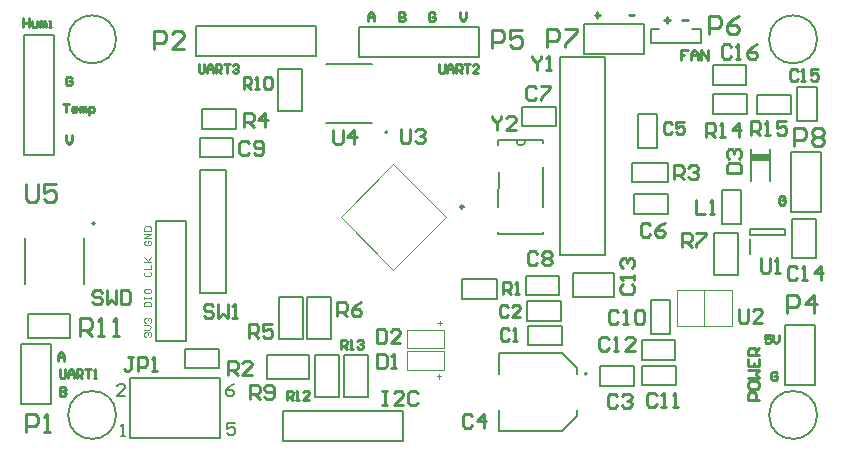
<source format=gto>
G04*
G04 #@! TF.GenerationSoftware,Altium Limited,Altium Designer,21.6.4 (81)*
G04*
G04 Layer_Color=65535*
%FSLAX44Y44*%
%MOMM*%
G71*
G04*
G04 #@! TF.SameCoordinates,0F59C336-1F8A-43A6-AFB2-A1A9F9B71EC4*
G04*
G04*
G04 #@! TF.FilePolarity,Positive*
G04*
G01*
G75*
%ADD10C,0.2000*%
%ADD11C,0.2500*%
%ADD12C,0.1270*%
%ADD13C,0.0762*%
%ADD14C,0.1524*%
%ADD15C,0.2540*%
%ADD16C,0.2032*%
%ADD17C,0.1000*%
G36*
X632074Y242014D02*
Y248021D01*
X648080D01*
Y242014D01*
X632074D01*
D02*
G37*
D10*
X94238Y345384D02*
G03*
X94238Y345384I-20320J0D01*
G01*
X76188Y189428D02*
G03*
X76188Y189428I-1000J0D01*
G01*
X687694Y27376D02*
G03*
X687694Y27376I-20320J0D01*
G01*
X94238Y27376D02*
G03*
X94238Y27376I-20320J0D01*
G01*
X687694Y345384D02*
G03*
X687694Y345384I-20320J0D01*
G01*
X324092Y266644D02*
G03*
X324092Y266644I-1000J0D01*
G01*
X492764Y62192D02*
G03*
X492764Y62192I-1000J0D01*
G01*
X432938Y259572D02*
G03*
X440938Y259572I4000J0D01*
G01*
X166882Y269692D02*
Y286202D01*
X196092D01*
Y269692D02*
Y286202D01*
X166882Y269692D02*
X196092D01*
X665988Y199136D02*
X691388D01*
X665988D02*
Y249936D01*
X691388D01*
Y199136D02*
Y249936D01*
X670941Y276606D02*
Y305054D01*
Y276606D02*
X687451D01*
Y305054D01*
X670941D02*
X687451D01*
X627634Y306832D02*
Y323342D01*
X599186Y306832D02*
X627634D01*
X599186D02*
Y323342D01*
X627634D01*
X665734Y281940D02*
Y298450D01*
X636524Y281940D02*
X665734D01*
X636524D02*
Y298450D01*
X665734D01*
X599186Y298958D02*
X628396D01*
X599186Y282448D02*
Y298958D01*
Y282448D02*
X628396D01*
Y298958D01*
X666242Y193454D02*
X686562D01*
Y160434D02*
Y193454D01*
X666242Y160434D02*
X686562D01*
X666242D02*
Y193454D01*
X630922Y163622D02*
Y176122D01*
Y179622D02*
X660922D01*
Y185122D01*
X630922D02*
X660922D01*
X630922Y179622D02*
Y185122D01*
X606806Y188976D02*
X623316D01*
X606806D02*
Y218186D01*
X623316D01*
Y188976D02*
Y218186D01*
X600456Y181102D02*
X620776D01*
Y145542D02*
Y181102D01*
X600456Y145542D02*
X620776D01*
X600456D02*
Y181102D01*
X660908Y103886D02*
X686308D01*
Y53086D02*
Y103886D01*
X660908Y53086D02*
X686308D01*
X660908D02*
Y103886D01*
X307086Y42672D02*
Y78232D01*
X286766D02*
X307086D01*
X286766Y42672D02*
Y78232D01*
Y42672D02*
X307086D01*
X282956Y42418D02*
Y77978D01*
X262636D02*
X282956D01*
X262636Y42418D02*
Y77978D01*
Y42418D02*
X282956D01*
X490728Y333248D02*
X541528D01*
Y358648D01*
X490728D02*
X541528D01*
X490728Y333248D02*
Y358648D01*
X39370Y36576D02*
Y87376D01*
X13970D02*
X39370D01*
X13970Y36576D02*
Y87376D01*
Y36576D02*
X39370D01*
X161802Y356814D02*
X263402D01*
X161802Y331414D02*
Y356814D01*
X263402Y331414D02*
Y356814D01*
X161802Y331414D02*
X263402D01*
X299720Y330708D02*
X401320D01*
Y356108D01*
X299720Y330708D02*
Y356108D01*
X401320D01*
X55122Y92908D02*
Y113228D01*
X19562Y92908D02*
X55122D01*
X19562D02*
Y113228D01*
X55122D01*
X16002Y247142D02*
Y348742D01*
Y247142D02*
X41402D01*
X16002Y348742D02*
X41402D01*
Y247142D02*
Y348742D01*
X231144Y284424D02*
X251464D01*
X231144D02*
Y319984D01*
X251464D01*
Y284424D02*
Y319984D01*
X221996Y57658D02*
Y77978D01*
X257556D01*
Y57658D02*
Y77978D01*
X221996Y57658D02*
X257556D01*
X235716Y30678D02*
X337316D01*
X235716Y5278D02*
Y30678D01*
X337316Y5278D02*
Y30678D01*
X235716Y5278D02*
X337316D01*
X507924Y162382D02*
Y330022D01*
X469824D02*
X507924D01*
X469824Y162382D02*
Y330022D01*
Y162382D02*
X507924D01*
X165444Y130632D02*
X187034D01*
X165444D02*
Y234772D01*
X187034D01*
Y130632D02*
Y234772D01*
X256214Y127482D02*
X276534D01*
Y91922D02*
Y127482D01*
X256214Y91922D02*
X276534D01*
X256214D02*
Y127482D01*
X231714D02*
X252034D01*
Y91922D02*
Y127482D01*
X231714Y91922D02*
X252034D01*
X231714D02*
Y127482D01*
X531130Y224320D02*
X561864D01*
Y240830D01*
X531130D02*
X561864D01*
X531130Y224320D02*
Y240830D01*
X152400Y66802D02*
Y83312D01*
X181610D01*
Y66802D02*
Y83312D01*
X152400Y66802D02*
X181610D01*
X416356Y125574D02*
Y142084D01*
X387146Y125574D02*
X416356D01*
X387146D02*
Y142084D01*
X416356D01*
X153574Y89972D02*
Y191572D01*
X128174D02*
X153574D01*
X128174Y89972D02*
X153574D01*
X128174D02*
Y191572D01*
X133633Y7528D02*
X182316D01*
X106116D02*
X182316D01*
X106116Y58328D02*
X182316D01*
X106116Y7528D02*
Y58328D01*
X182316Y7528D02*
Y58328D01*
X481348Y127042D02*
X515892D01*
Y147362D01*
X481348D02*
X515892D01*
X481348Y127042D02*
Y147362D01*
X539150Y74070D02*
X567598D01*
Y90580D01*
X539150D02*
X567598D01*
X539150Y74070D02*
Y90580D01*
X539396Y52320D02*
Y68830D01*
X568098D01*
Y52320D02*
Y68830D01*
X539396Y52320D02*
X568098D01*
X546746Y95978D02*
X563256D01*
X546746D02*
Y124426D01*
X563256D01*
Y95978D02*
Y124426D01*
X164900Y262084D02*
X193602D01*
X164900Y245574D02*
Y262084D01*
Y245574D02*
X193602D01*
Y262084D01*
X441150Y128820D02*
Y145330D01*
X469598D01*
Y128820D02*
Y145330D01*
X441150Y128820D02*
X469598D01*
X438270Y271650D02*
X466718D01*
Y288160D01*
X438270D02*
X466718D01*
X438270Y271650D02*
Y288160D01*
X561348Y197574D02*
Y214084D01*
X532900Y197574D02*
X561348D01*
X532900D02*
Y214084D01*
X561348D01*
X535992Y253478D02*
Y281926D01*
Y253478D02*
X552502D01*
Y281926D01*
X535992D02*
X552502D01*
X504146Y52070D02*
Y68580D01*
X532848D01*
Y52070D02*
Y68580D01*
X504146Y52070D02*
X532848D01*
X442146Y107070D02*
X470848D01*
Y123580D01*
X442146D02*
X470848D01*
X442146Y107070D02*
Y123580D01*
X442896Y86320D02*
Y102830D01*
X471598D01*
Y86320D02*
Y102830D01*
X442896Y86320D02*
X471598D01*
D11*
X388284Y203614D02*
G03*
X388284Y203614I-1250J0D01*
G01*
D12*
X648080Y225514D02*
Y252514D01*
X632080Y225514D02*
Y252514D01*
X546844Y342138D02*
X589294D01*
Y354458D01*
X546844Y342138D02*
Y354458D01*
X554144D01*
X581994D02*
X589294D01*
X16918Y138178D02*
Y177178D01*
X67418Y138178D02*
Y177178D01*
X271842Y324914D02*
X310842D01*
X271842Y274414D02*
X310842D01*
X484124Y62192D02*
Y67352D01*
X471524Y13952D02*
X484124Y26552D01*
X418124Y13952D02*
X471524D01*
Y79952D02*
X484124Y67352D01*
X418124Y79952D02*
X471524D01*
X484124Y26552D02*
Y31712D01*
X418124Y62192D02*
Y79952D01*
Y13952D02*
Y31712D01*
D13*
X372114Y84272D02*
Y99512D01*
X340618Y84272D02*
X372114D01*
X340618D02*
Y99512D01*
X372114D01*
X328874Y150404D02*
X373422Y194952D01*
X284326D02*
X328874Y150404D01*
X284326Y194952D02*
X328874Y239500D01*
X373422Y194952D01*
X569518Y102462D02*
Y132942D01*
X615492D01*
Y102462D02*
Y132942D01*
X569518Y102462D02*
X615492D01*
X591710Y103043D02*
Y131999D01*
X340364Y81478D02*
X371860D01*
X340364Y65730D02*
Y81478D01*
X371860Y65730D02*
Y81478D01*
X340364Y65730D02*
X371860D01*
D14*
X417874Y180202D02*
X455874D01*
X417874Y260202D02*
X455874Y260202D01*
Y257540D02*
Y260202D01*
X455924Y203184D02*
Y236966D01*
X455874Y180202D02*
Y182356D01*
X417874Y180202D02*
Y182356D01*
X417824Y203184D02*
X418078Y233156D01*
X417874Y255762D02*
Y260202D01*
D15*
X51816Y263966D02*
Y259184D01*
X54207Y256794D01*
X56597Y259184D01*
Y263966D01*
X15494Y363026D02*
Y355854D01*
Y359440D01*
X20275D01*
Y363026D01*
Y355854D01*
X22666Y360635D02*
Y357049D01*
X23861Y355854D01*
X27447D01*
Y360635D01*
X29837Y355854D02*
Y360635D01*
X31033D01*
X32228Y359440D01*
Y355854D01*
Y359440D01*
X33423Y360635D01*
X34618Y359440D01*
Y355854D01*
X37009D02*
X39399D01*
X38204D01*
Y360635D01*
X37009D01*
X56597Y312554D02*
X55402Y313750D01*
X53011D01*
X51816Y312554D01*
Y307773D01*
X53011Y306578D01*
X55402D01*
X56597Y307773D01*
Y310164D01*
X54207D01*
X49530Y290740D02*
X54311D01*
X51920D01*
Y283568D01*
X60287D02*
X57897D01*
X56702Y284764D01*
Y287154D01*
X57897Y288350D01*
X60287D01*
X61483Y287154D01*
Y285959D01*
X56702D01*
X63873Y283568D02*
Y288350D01*
X65069D01*
X66264Y287154D01*
Y283568D01*
Y287154D01*
X67459Y288350D01*
X68654Y287154D01*
Y283568D01*
X71045Y281178D02*
Y288350D01*
X74631D01*
X75826Y287154D01*
Y284764D01*
X74631Y283568D01*
X71045D01*
X660355Y211462D02*
X659160Y212658D01*
X656769D01*
X655574Y211462D01*
Y206681D01*
X656769Y205486D01*
X659160D01*
X660355Y206681D01*
Y209072D01*
X657965D01*
X648417Y95056D02*
X643636D01*
Y91470D01*
X646027Y92665D01*
X647222D01*
X648417Y91470D01*
Y89079D01*
X647222Y87884D01*
X644831D01*
X643636Y89079D01*
X650808Y95056D02*
Y90274D01*
X653198Y87884D01*
X655589Y90274D01*
Y95056D01*
X528320Y365760D02*
X533101D01*
X499364Y365864D02*
X504145D01*
X501754Y368255D02*
Y363474D01*
X653751Y62872D02*
X652556Y64068D01*
X650165D01*
X648970Y62872D01*
Y58091D01*
X650165Y56896D01*
X652556D01*
X653751Y58091D01*
Y60482D01*
X651360D01*
X385318Y368106D02*
Y363325D01*
X387709Y360934D01*
X390099Y363325D01*
Y368106D01*
X363937Y366910D02*
X362742Y368106D01*
X360351D01*
X359156Y366910D01*
Y362129D01*
X360351Y360934D01*
X362742D01*
X363937Y362129D01*
Y364520D01*
X361547D01*
X333756Y368106D02*
Y360934D01*
X337342D01*
X338537Y362129D01*
Y363325D01*
X337342Y364520D01*
X333756D01*
X337342D01*
X338537Y365715D01*
Y366910D01*
X337342Y368106D01*
X333756D01*
X307594Y360934D02*
Y365715D01*
X309984Y368106D01*
X312375Y365715D01*
Y360934D01*
Y364520D01*
X307594D01*
X46736Y50860D02*
Y43688D01*
X50322D01*
X51517Y44883D01*
Y46079D01*
X50322Y47274D01*
X46736D01*
X50322D01*
X51517Y48469D01*
Y49664D01*
X50322Y50860D01*
X46736D01*
X44958Y73152D02*
Y77933D01*
X47348Y80324D01*
X49739Y77933D01*
Y73152D01*
Y76738D01*
X44958D01*
X46482Y65846D02*
Y59869D01*
X47677Y58674D01*
X50068D01*
X51263Y59869D01*
Y65846D01*
X53654Y58674D02*
Y63455D01*
X56044Y65846D01*
X58435Y63455D01*
Y58674D01*
Y62260D01*
X53654D01*
X60825Y58674D02*
Y65846D01*
X64411D01*
X65606Y64650D01*
Y62260D01*
X64411Y61065D01*
X60825D01*
X63216D02*
X65606Y58674D01*
X67997Y65846D02*
X72778D01*
X70388D01*
Y58674D01*
X75169D02*
X77559D01*
X76364D01*
Y65846D01*
X75169Y64650D01*
X367538Y324164D02*
Y318187D01*
X368733Y316992D01*
X371124D01*
X372319Y318187D01*
Y324164D01*
X374710Y316992D02*
Y321773D01*
X377100Y324164D01*
X379491Y321773D01*
Y316992D01*
Y320578D01*
X374710D01*
X381881Y316992D02*
Y324164D01*
X385467D01*
X386662Y322968D01*
Y320578D01*
X385467Y319382D01*
X381881D01*
X384272D02*
X386662Y316992D01*
X389053Y324164D02*
X393834D01*
X391443D01*
Y316992D01*
X401006D02*
X396225D01*
X401006Y321773D01*
Y322968D01*
X399810Y324164D01*
X397420D01*
X396225Y322968D01*
X164084Y324164D02*
Y318187D01*
X165279Y316992D01*
X167670D01*
X168865Y318187D01*
Y324164D01*
X171256Y316992D02*
Y321773D01*
X173646Y324164D01*
X176037Y321773D01*
Y316992D01*
Y320578D01*
X171256D01*
X178427Y316992D02*
Y324164D01*
X182013D01*
X183208Y322968D01*
Y320578D01*
X182013Y319382D01*
X178427D01*
X180818D02*
X183208Y316992D01*
X185599Y324164D02*
X190380D01*
X187990D01*
Y316992D01*
X192771Y322968D02*
X193966Y324164D01*
X196357D01*
X197552Y322968D01*
Y321773D01*
X196357Y320578D01*
X195161D01*
X196357D01*
X197552Y319382D01*
Y318187D01*
X196357Y316992D01*
X193966D01*
X192771Y318187D01*
X573278Y361950D02*
X578059D01*
X558038Y361800D02*
X562819D01*
X560429Y364191D02*
Y359410D01*
X578059Y336355D02*
X572262D01*
Y332008D01*
X575160D01*
X572262D01*
Y327660D01*
X580957D02*
Y333457D01*
X583856Y336355D01*
X586754Y333457D01*
Y327660D01*
Y332008D01*
X580957D01*
X589652Y327660D02*
Y336355D01*
X595449Y327660D01*
Y336355D01*
X638810Y40132D02*
X629353D01*
Y44861D01*
X630929Y46437D01*
X634081D01*
X635658Y44861D01*
Y40132D01*
X629353Y54317D02*
Y51165D01*
X630929Y49589D01*
X637234D01*
X638810Y51165D01*
Y54317D01*
X637234Y55894D01*
X630929D01*
X629353Y54317D01*
Y59046D02*
X638810D01*
X635658Y62198D01*
X638810Y65350D01*
X629353D01*
Y74807D02*
Y68503D01*
X638810D01*
Y74807D01*
X634081Y68503D02*
Y71655D01*
X638810Y77960D02*
X629353D01*
Y82688D01*
X630929Y84264D01*
X634081D01*
X635658Y82688D01*
Y77960D01*
Y81112D02*
X638810Y84264D01*
X202617Y271326D02*
Y283322D01*
X208615D01*
X210615Y281323D01*
Y277324D01*
X208615Y275325D01*
X202617D01*
X206616D02*
X210615Y271326D01*
X220611D02*
Y283322D01*
X214613Y277324D01*
X222611D01*
X671140Y318366D02*
X669563Y319942D01*
X666411D01*
X664835Y318366D01*
Y312062D01*
X666411Y310485D01*
X669563D01*
X671140Y312062D01*
X674292Y310485D02*
X677444D01*
X675868D01*
Y319942D01*
X674292Y318366D01*
X688477Y319942D02*
X682172D01*
Y315214D01*
X685325Y316790D01*
X686901D01*
X688477Y315214D01*
Y312062D01*
X686901Y310485D01*
X683749D01*
X682172Y312062D01*
X668278Y255273D02*
Y270508D01*
X675896D01*
X678435Y267968D01*
Y262890D01*
X675896Y260351D01*
X668278D01*
X683513Y267968D02*
X686052Y270508D01*
X691131D01*
X693670Y267968D01*
Y265429D01*
X691131Y262890D01*
X693670Y260351D01*
Y257812D01*
X691131Y255273D01*
X686052D01*
X683513Y257812D01*
Y260351D01*
X686052Y262890D01*
X683513Y265429D01*
Y267968D01*
X686052Y262890D02*
X691131D01*
X639957Y159922D02*
Y149925D01*
X641956Y147926D01*
X645955D01*
X647954Y149925D01*
Y159922D01*
X651953Y147926D02*
X655951D01*
X653952D01*
Y159922D01*
X651953Y157923D01*
X593589Y262480D02*
Y274476D01*
X599587D01*
X601586Y272477D01*
Y268478D01*
X599587Y266479D01*
X593589D01*
X597588D02*
X601586Y262480D01*
X605585D02*
X609584D01*
X607584D01*
Y274476D01*
X605585Y272477D01*
X621580Y262480D02*
Y274476D01*
X615582Y268478D01*
X623579D01*
X631689Y264004D02*
Y276000D01*
X637687D01*
X639686Y274001D01*
Y270002D01*
X637687Y268003D01*
X631689D01*
X635688D02*
X639686Y264004D01*
X643685D02*
X647684D01*
X645684D01*
Y276000D01*
X643685Y274001D01*
X661679Y276000D02*
X653682D01*
Y270002D01*
X657680Y272001D01*
X659680D01*
X661679Y270002D01*
Y266003D01*
X659680Y264004D01*
X655681D01*
X653682Y266003D01*
X573441Y169770D02*
Y181766D01*
X579439D01*
X581439Y179767D01*
Y175768D01*
X579439Y173769D01*
X573441D01*
X577440D02*
X581439Y169770D01*
X585437Y181766D02*
X593435D01*
Y179767D01*
X585437Y171769D01*
Y169770D01*
X584839Y209452D02*
Y197456D01*
X592836D01*
X596835D02*
X600833D01*
X598834D01*
Y209452D01*
X596835Y207453D01*
X611476Y232319D02*
X623472D01*
Y238317D01*
X621473Y240317D01*
X613475D01*
X611476Y238317D01*
Y232319D01*
X613475Y244315D02*
X611476Y246315D01*
Y250313D01*
X613475Y252313D01*
X615475D01*
X617474Y250313D01*
Y248314D01*
Y250313D01*
X619473Y252313D01*
X621473D01*
X623472Y250313D01*
Y246315D01*
X621473Y244315D01*
X670928Y151573D02*
X668929Y153572D01*
X664930D01*
X662931Y151573D01*
Y143575D01*
X664930Y141576D01*
X668929D01*
X670928Y143575D01*
X674927Y141576D02*
X678926D01*
X676926D01*
Y153572D01*
X674927Y151573D01*
X690922Y141576D02*
Y153572D01*
X684924Y147574D01*
X692921D01*
X614794Y339025D02*
X612795Y341024D01*
X608796D01*
X606797Y339025D01*
Y331027D01*
X608796Y329028D01*
X612795D01*
X614794Y331027D01*
X618793Y329028D02*
X622792D01*
X620792D01*
Y341024D01*
X618793Y339025D01*
X636787Y341024D02*
X632788Y339025D01*
X628790Y335026D01*
Y331027D01*
X630789Y329028D01*
X634788D01*
X636787Y331027D01*
Y333027D01*
X634788Y335026D01*
X628790D01*
X662182Y114049D02*
Y129284D01*
X669800D01*
X672339Y126744D01*
Y121666D01*
X669800Y119127D01*
X662182D01*
X685035Y114049D02*
Y129284D01*
X677417Y121666D01*
X687574D01*
X284455Y83353D02*
Y90971D01*
X288264D01*
X289533Y89701D01*
Y87162D01*
X288264Y85892D01*
X284455D01*
X286994D02*
X289533Y83353D01*
X292072D02*
X294611D01*
X293342D01*
Y90971D01*
X292072Y89701D01*
X298420D02*
X299690Y90971D01*
X302229D01*
X303499Y89701D01*
Y88432D01*
X302229Y87162D01*
X300959D01*
X302229D01*
X303499Y85892D01*
Y84623D01*
X302229Y83353D01*
X299690D01*
X298420Y84623D01*
X238636Y40387D02*
Y48005D01*
X242445D01*
X243714Y46735D01*
Y44196D01*
X242445Y42926D01*
X238636D01*
X241175D02*
X243714Y40387D01*
X246254D02*
X248793D01*
X247523D01*
Y48005D01*
X246254Y46735D01*
X257680Y40387D02*
X252602D01*
X257680Y45466D01*
Y46735D01*
X256410Y48005D01*
X253871D01*
X252602Y46735D01*
X458982Y338585D02*
Y353820D01*
X466600D01*
X469139Y351280D01*
Y346202D01*
X466600Y343663D01*
X458982D01*
X474217Y353820D02*
X484374D01*
Y351280D01*
X474217Y341124D01*
Y338585D01*
X17529Y13211D02*
Y28445D01*
X25147D01*
X27686Y25906D01*
Y20828D01*
X25147Y18289D01*
X17529D01*
X32764Y13211D02*
X37843D01*
X35304D01*
Y28445D01*
X32764Y25906D01*
X595888Y349506D02*
Y364742D01*
X603506D01*
X606045Y362202D01*
Y357124D01*
X603506Y354585D01*
X595888D01*
X621280Y364742D02*
X616202Y362202D01*
X611123Y357124D01*
Y352046D01*
X613662Y349506D01*
X618741D01*
X621280Y352046D01*
Y354585D01*
X618741Y357124D01*
X611123D01*
X412500Y338077D02*
Y353312D01*
X420118D01*
X422657Y350772D01*
Y345694D01*
X420118Y343155D01*
X412500D01*
X437892Y353312D02*
X427735D01*
Y345694D01*
X432813Y348233D01*
X435353D01*
X437892Y345694D01*
Y340616D01*
X435353Y338077D01*
X430274D01*
X427735Y340616D01*
X125988Y336806D02*
Y352042D01*
X133606D01*
X136145Y349502D01*
Y344424D01*
X133606Y341885D01*
X125988D01*
X151380Y336806D02*
X141223D01*
X151380Y346963D01*
Y349502D01*
X148841Y352042D01*
X143762D01*
X141223Y349502D01*
X18038Y222502D02*
Y209806D01*
X20577Y207267D01*
X25656D01*
X28195Y209806D01*
Y222502D01*
X43430D02*
X33273D01*
Y214884D01*
X38352Y217423D01*
X40891D01*
X43430Y214884D01*
Y209806D01*
X40891Y207267D01*
X35812D01*
X33273Y209806D01*
X63505Y94490D02*
Y109726D01*
X71123D01*
X73662Y107186D01*
Y102108D01*
X71123Y99569D01*
X63505D01*
X68584D02*
X73662Y94490D01*
X78740D02*
X83819D01*
X81280D01*
Y109726D01*
X78740Y107186D01*
X91436Y94490D02*
X96515D01*
X93975D01*
Y109726D01*
X91436Y107186D01*
X314869Y99890D02*
Y87894D01*
X320867D01*
X322867Y89893D01*
Y97891D01*
X320867Y99890D01*
X314869D01*
X334863Y87894D02*
X326865D01*
X334863Y95891D01*
Y97891D01*
X332863Y99890D01*
X328865D01*
X326865Y97891D01*
X278039Y268380D02*
Y258383D01*
X280039Y256384D01*
X284037D01*
X286037Y258383D01*
Y268380D01*
X296033Y256384D02*
Y268380D01*
X290035Y262382D01*
X298033D01*
X202267Y303673D02*
Y313130D01*
X206995D01*
X208571Y311554D01*
Y308402D01*
X206995Y306826D01*
X202267D01*
X205419D02*
X208571Y303673D01*
X211724D02*
X214876D01*
X213300D01*
Y313130D01*
X211724Y311554D01*
X219605D02*
X221181Y313130D01*
X224333D01*
X225909Y311554D01*
Y305250D01*
X224333Y303673D01*
X221181D01*
X219605Y305250D01*
Y311554D01*
X335443Y269650D02*
Y259653D01*
X337443Y257654D01*
X341441D01*
X343441Y259653D01*
Y269650D01*
X347439Y267651D02*
X349439Y269650D01*
X353437D01*
X355437Y267651D01*
Y265651D01*
X353437Y263652D01*
X351438D01*
X353437D01*
X355437Y261653D01*
Y259653D01*
X353437Y257654D01*
X349439D01*
X347439Y259653D01*
X395625Y26451D02*
X393625Y28450D01*
X389627D01*
X387627Y26451D01*
Y18453D01*
X389627Y16454D01*
X393625D01*
X395625Y18453D01*
X405621Y16454D02*
Y28450D01*
X399623Y22452D01*
X407621D01*
X207681Y40738D02*
Y52734D01*
X213679D01*
X215679Y50735D01*
Y46736D01*
X213679Y44737D01*
X207681D01*
X211680D02*
X215679Y40738D01*
X219677Y42737D02*
X221677Y40738D01*
X225675D01*
X227675Y42737D01*
Y50735D01*
X225675Y52734D01*
X221677D01*
X219677Y50735D01*
Y48735D01*
X221677Y46736D01*
X227675D01*
X319527Y47598D02*
X323526D01*
X321526D01*
Y35602D01*
X319527D01*
X323526D01*
X337521D02*
X329524D01*
X337521Y43599D01*
Y45599D01*
X335522Y47598D01*
X331523D01*
X329524Y45599D01*
X349517D02*
X347518Y47598D01*
X343519D01*
X341520Y45599D01*
Y37601D01*
X343519Y35602D01*
X347518D01*
X349517Y37601D01*
X412496Y280474D02*
Y278475D01*
X416495Y274476D01*
X420493Y278475D01*
Y280474D01*
X416495Y274476D02*
Y268478D01*
X432490D02*
X424492D01*
X432490Y276475D01*
Y278475D01*
X430490Y280474D01*
X426492D01*
X424492Y278475D01*
X446377Y331450D02*
Y329451D01*
X450375Y325452D01*
X454374Y329451D01*
Y331450D01*
X450375Y325452D02*
Y319454D01*
X458373D02*
X462371D01*
X460372D01*
Y331450D01*
X458373Y329451D01*
X621193Y117250D02*
Y107253D01*
X623193Y105254D01*
X627191D01*
X629191Y107253D01*
Y117250D01*
X641187Y105254D02*
X633189D01*
X641187Y113251D01*
Y115251D01*
X639187Y117250D01*
X635189D01*
X633189Y115251D01*
X176626Y119201D02*
X174627Y121200D01*
X170628D01*
X168629Y119201D01*
Y117201D01*
X170628Y115202D01*
X174627D01*
X176626Y113203D01*
Y111203D01*
X174627Y109204D01*
X170628D01*
X168629Y111203D01*
X180625Y121200D02*
Y109204D01*
X184623Y113203D01*
X188622Y109204D01*
Y121200D01*
X192621Y109204D02*
X196619D01*
X194620D01*
Y121200D01*
X192621Y119201D01*
X281595Y110842D02*
Y122838D01*
X287593D01*
X289593Y120839D01*
Y116840D01*
X287593Y114841D01*
X281595D01*
X285594D02*
X289593Y110842D01*
X301589Y122838D02*
X297590Y120839D01*
X293591Y116840D01*
Y112841D01*
X295591Y110842D01*
X299589D01*
X301589Y112841D01*
Y114841D01*
X299589Y116840D01*
X293591D01*
X206627Y92454D02*
Y104450D01*
X212625D01*
X214625Y102451D01*
Y98452D01*
X212625Y96453D01*
X206627D01*
X210626D02*
X214625Y92454D01*
X226621Y104450D02*
X218623D01*
Y98452D01*
X222622Y100451D01*
X224621D01*
X226621Y98452D01*
Y94453D01*
X224621Y92454D01*
X220623D01*
X218623Y94453D01*
X566841Y226864D02*
Y238860D01*
X572839D01*
X574839Y236861D01*
Y232862D01*
X572839Y230863D01*
X566841D01*
X570840D02*
X574839Y226864D01*
X578837Y236861D02*
X580837Y238860D01*
X584835D01*
X586835Y236861D01*
Y234861D01*
X584835Y232862D01*
X582836D01*
X584835D01*
X586835Y230863D01*
Y228863D01*
X584835Y226864D01*
X580837D01*
X578837Y228863D01*
X189139Y61312D02*
Y73308D01*
X195137D01*
X197137Y71309D01*
Y67310D01*
X195137Y65311D01*
X189139D01*
X193138D02*
X197137Y61312D01*
X209133D02*
X201135D01*
X209133Y69309D01*
Y71309D01*
X207133Y73308D01*
X203135D01*
X201135Y71309D01*
X421812Y129343D02*
Y139561D01*
X426921D01*
X428624Y137858D01*
Y134452D01*
X426921Y132749D01*
X421812D01*
X425218D02*
X428624Y129343D01*
X432030D02*
X435437D01*
X433733D01*
Y139561D01*
X432030Y137858D01*
X82173Y130999D02*
X80173Y132998D01*
X76175D01*
X74175Y130999D01*
Y128999D01*
X76175Y127000D01*
X80173D01*
X82173Y125001D01*
Y123001D01*
X80173Y121002D01*
X76175D01*
X74175Y123001D01*
X86171Y132998D02*
Y121002D01*
X90170Y125001D01*
X94169Y121002D01*
Y132998D01*
X98167D02*
Y121002D01*
X104165D01*
X106165Y123001D01*
Y130999D01*
X104165Y132998D01*
X98167D01*
X108556Y76356D02*
X104557D01*
X106557D01*
Y66359D01*
X104557Y64360D01*
X102558D01*
X100559Y66359D01*
X112555Y64360D02*
Y76356D01*
X118553D01*
X120552Y74357D01*
Y70358D01*
X118553Y68359D01*
X112555D01*
X124551Y64360D02*
X128549D01*
X126550D01*
Y76356D01*
X124551Y74357D01*
X315365Y78856D02*
Y66860D01*
X321363D01*
X323362Y68859D01*
Y76857D01*
X321363Y78856D01*
X315365D01*
X327361Y66860D02*
X331359D01*
X329360D01*
Y78856D01*
X327361Y76857D01*
X523055Y137980D02*
X521056Y135981D01*
Y131982D01*
X523055Y129983D01*
X531053D01*
X533052Y131982D01*
Y135981D01*
X531053Y137980D01*
X533052Y141979D02*
Y145978D01*
Y143978D01*
X521056D01*
X523055Y141979D01*
Y151976D02*
X521056Y153975D01*
Y157974D01*
X523055Y159973D01*
X525055D01*
X527054Y157974D01*
Y155974D01*
Y157974D01*
X529053Y159973D01*
X531053D01*
X533052Y157974D01*
Y153975D01*
X531053Y151976D01*
X511376Y91701D02*
X509377Y93700D01*
X505378D01*
X503379Y91701D01*
Y83703D01*
X505378Y81704D01*
X509377D01*
X511376Y83703D01*
X515375Y81704D02*
X519374D01*
X517374D01*
Y93700D01*
X515375Y91701D01*
X533369Y81704D02*
X525372D01*
X533369Y89701D01*
Y91701D01*
X531370Y93700D01*
X527371D01*
X525372Y91701D01*
X551774Y44329D02*
X549774Y46328D01*
X545776D01*
X543776Y44329D01*
Y36331D01*
X545776Y34332D01*
X549774D01*
X551774Y36331D01*
X555772Y34332D02*
X559771D01*
X557772D01*
Y46328D01*
X555772Y44329D01*
X565769Y34332D02*
X569768D01*
X567769D01*
Y46328D01*
X565769Y44329D01*
X519544Y114235D02*
X517545Y116234D01*
X513546D01*
X511547Y114235D01*
Y106237D01*
X513546Y104238D01*
X517545D01*
X519544Y106237D01*
X523543Y104238D02*
X527542D01*
X525542D01*
Y116234D01*
X523543Y114235D01*
X533540D02*
X535539Y116234D01*
X539538D01*
X541537Y114235D01*
Y106237D01*
X539538Y104238D01*
X535539D01*
X533540Y106237D01*
Y114235D01*
X206625Y257451D02*
X204625Y259450D01*
X200627D01*
X198627Y257451D01*
Y249453D01*
X200627Y247454D01*
X204625D01*
X206625Y249453D01*
X210623D02*
X212623Y247454D01*
X216621D01*
X218621Y249453D01*
Y257451D01*
X216621Y259450D01*
X212623D01*
X210623Y257451D01*
Y255451D01*
X212623Y253452D01*
X218621D01*
X450973Y163921D02*
X448974Y165920D01*
X444975D01*
X442976Y163921D01*
Y155923D01*
X444975Y153924D01*
X448974D01*
X450973Y155923D01*
X454972Y163921D02*
X456972Y165920D01*
X460970D01*
X462970Y163921D01*
Y161921D01*
X460970Y159922D01*
X462970Y157923D01*
Y155923D01*
X460970Y153924D01*
X456972D01*
X454972Y155923D01*
Y157923D01*
X456972Y159922D01*
X454972Y161921D01*
Y163921D01*
X456972Y159922D02*
X460970D01*
X449625Y303951D02*
X447625Y305950D01*
X443627D01*
X441627Y303951D01*
Y295953D01*
X443627Y293954D01*
X447625D01*
X449625Y295953D01*
X453623Y305950D02*
X461621D01*
Y303951D01*
X453623Y295953D01*
Y293954D01*
X546625Y188201D02*
X544625Y190200D01*
X540627D01*
X538627Y188201D01*
Y180203D01*
X540627Y178204D01*
X544625D01*
X546625Y180203D01*
X558621Y190200D02*
X554622Y188201D01*
X550623Y184202D01*
Y180203D01*
X552623Y178204D01*
X556621D01*
X558621Y180203D01*
Y182203D01*
X556621Y184202D01*
X550623D01*
X564971Y273916D02*
X563268Y275619D01*
X559862D01*
X558158Y273916D01*
Y267104D01*
X559862Y265401D01*
X563268D01*
X564971Y267104D01*
X575190Y275619D02*
X568377D01*
Y270510D01*
X571783Y272213D01*
X573487D01*
X575190Y270510D01*
Y267104D01*
X573487Y265401D01*
X570080D01*
X568377Y267104D01*
X518625Y43451D02*
X516625Y45450D01*
X512627D01*
X510627Y43451D01*
Y35453D01*
X512627Y33454D01*
X516625D01*
X518625Y35453D01*
X522623Y43451D02*
X524623Y45450D01*
X528621D01*
X530621Y43451D01*
Y41451D01*
X528621Y39452D01*
X526622D01*
X528621D01*
X530621Y37453D01*
Y35453D01*
X528621Y33454D01*
X524623D01*
X522623Y35453D01*
X425671Y118608D02*
X423968Y120311D01*
X420562D01*
X418858Y118608D01*
Y111796D01*
X420562Y110093D01*
X423968D01*
X425671Y111796D01*
X435890Y110093D02*
X429077D01*
X435890Y116905D01*
Y118608D01*
X434187Y120311D01*
X430780D01*
X429077Y118608D01*
X426874Y98858D02*
X425171Y100561D01*
X421765D01*
X420062Y98858D01*
Y92046D01*
X421765Y90343D01*
X425171D01*
X426874Y92046D01*
X430280Y90343D02*
X433686D01*
X431983D01*
Y100561D01*
X430280Y98858D01*
D16*
X98044Y9906D02*
X101430D01*
X99737D01*
Y20063D01*
X98044Y18370D01*
X101513Y43180D02*
X94742D01*
X101513Y49951D01*
Y51644D01*
X99820Y53337D01*
X96435D01*
X94742Y51644D01*
X194477Y20571D02*
X187706D01*
Y15492D01*
X191092Y17185D01*
X192784D01*
X194477Y15492D01*
Y12107D01*
X192784Y10414D01*
X189399D01*
X187706Y12107D01*
X193715Y53337D02*
X190330Y51644D01*
X186944Y48258D01*
Y44873D01*
X188637Y43180D01*
X192022D01*
X193715Y44873D01*
Y46566D01*
X192022Y48258D01*
X186944D01*
D17*
X369704Y60033D02*
X365705D01*
X367705Y58033D02*
Y62032D01*
X370098Y105305D02*
X366099D01*
X368099Y107305D02*
Y103306D01*
X119126Y93452D02*
X118126Y94452D01*
Y96451D01*
X119126Y97451D01*
X120125D01*
X121125Y96451D01*
Y95451D01*
Y96451D01*
X122125Y97451D01*
X123124D01*
X124124Y96451D01*
Y94452D01*
X123124Y93452D01*
X118126Y99450D02*
X122125D01*
X124124Y101449D01*
X122125Y103449D01*
X118126D01*
X119126Y105448D02*
X118126Y106448D01*
Y108447D01*
X119126Y109447D01*
X120125D01*
X121125Y108447D01*
Y107448D01*
Y108447D01*
X122125Y109447D01*
X123124D01*
X124124Y108447D01*
Y106448D01*
X123124Y105448D01*
X118126Y119202D02*
X124124D01*
Y122201D01*
X123124Y123201D01*
X119126D01*
X118126Y122201D01*
Y119202D01*
Y125200D02*
Y127199D01*
Y126200D01*
X124124D01*
Y125200D01*
Y127199D01*
X118126Y133197D02*
Y131198D01*
X119126Y130198D01*
X123124D01*
X124124Y131198D01*
Y133197D01*
X123124Y134197D01*
X119126D01*
X118126Y133197D01*
X118876Y148701D02*
X117876Y147701D01*
Y145702D01*
X118876Y144702D01*
X122874D01*
X123874Y145702D01*
Y147701D01*
X122874Y148701D01*
X117876Y150700D02*
X123874D01*
Y154699D01*
X117876Y156698D02*
X123874D01*
X121875D01*
X117876Y160697D01*
X120875Y157698D01*
X123874Y160697D01*
X119126Y174951D02*
X118126Y173951D01*
Y171952D01*
X119126Y170952D01*
X123124D01*
X124124Y171952D01*
Y173951D01*
X123124Y174951D01*
X121125D01*
Y172951D01*
X124124Y176950D02*
X118126D01*
X124124Y180949D01*
X118126D01*
Y182948D02*
X124124D01*
Y185947D01*
X123124Y186947D01*
X119126D01*
X118126Y185947D01*
Y182948D01*
M02*

</source>
